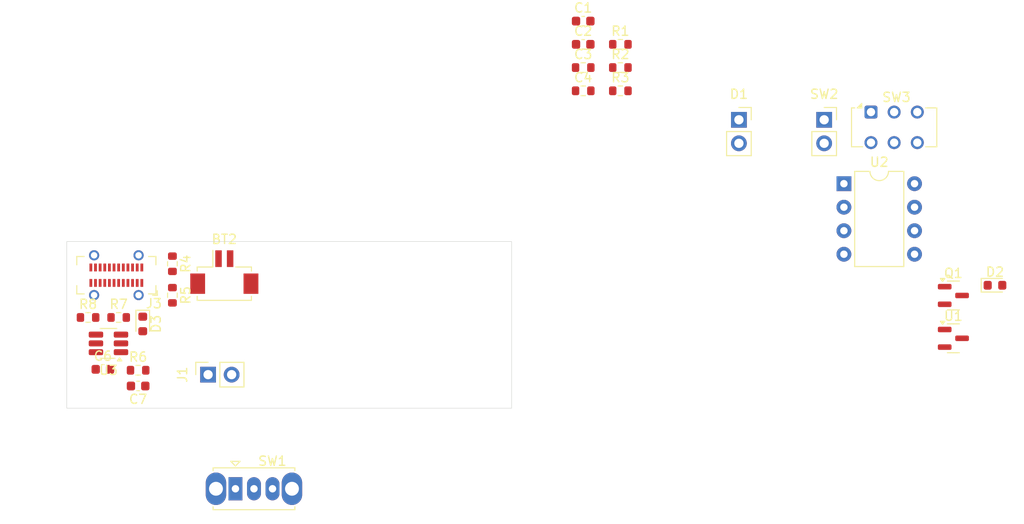
<source format=kicad_pcb>
(kicad_pcb (version 20221018) (generator pcbnew)
  (layers (0 "F.Cu" signal) (31 "B.Cu" signal) (34 "B.Paste" user) (35 "F.Paste" user) (36 "B.SilkS" user "B.Silkscreen") (37 "F.SilkS" user "F.Silkscreen") (38 "B.Mask" user) (39 "F.Mask" user) (44 "Edge.Cuts" user))
  (net 0 "")
  (net 1 "Net-(BT2-+)")
  (net 2 "GND")
  (net 3 "Net-(U1-VI)")
  (net 4 "VCC")
  (net 5 "Net-(U3-VIN)")
  (net 6 "Net-(D1-K)")
  (net 7 "Net-(D3-K)")
  (net 8 "Net-(Q1-B)")
  (net 9 "laser")
  (net 10 "trigger")
  (net 11 "Net-(U3-TS)")
  (net 12 "Net-(U3-CHG)")
  (net 13 "Net-(U3-ISET)")
  (net 18 "Net-(J3-CC1)")
  (net 19 "Net-(J3-CC2)")
  (net 20 "Net-(D2-K)")
  (footprint "Button_Switch_THT:SW_Slide_SPDT_Straight_CK_OS102011MS2Q" (layer "F.Cu") (at 118.2 126.7)
    (fp_text reference "SW1" (at 3.99 -2.99) (layer "F.SilkS"))
    (fp_text value "SW_DIP_x01")
    (fp_line (start -2.41 -2.26) (end 6.41 -2.26) (stroke (width 0.12)) (layer "F.SilkS"))
    (fp_line (start -2.41 -1.95) (end -2.41 -2.26) (stroke (width 0.12)) (layer "F.SilkS"))
    (fp_line (start -2.41 2.26) (end -2.41 1.95) (stroke (width 0.12)) (layer "F.SilkS"))
    (fp_line (start -0.5 -2.96) (end 0 -2.46) (stroke (width 0.12)) (layer "F.SilkS"))
    (fp_line (start 0 -2.46) (end 0.5 -2.96) (stroke (width 0.12)) (layer "F.SilkS"))
    (fp_line (start 0.5 -2.96) (end -0.5 -2.96) (stroke (width 0.12)) (layer "F.SilkS"))
    (fp_line (start 6.41 -2.26) (end 6.41 -1.95) (stroke (width 0.12)) (layer "F.SilkS"))
    (fp_line (start 6.41 2.26) (end -2.41 2.26) (stroke (width 0.12)) (layer "F.SilkS"))
    (fp_line (start 6.41 2.26) (end 6.41 1.95) (stroke (width 0.12)) (layer "F.SilkS"))
    (pad "" thru_hole oval (at -2.1 0) (size 2.2 3.5) (drill 1.5) (layers "*.Cu" "*.Mask"))
    (pad "" thru_hole oval (at 6.1 0) (size 2.2 3.5) (drill 1.5) (layers "*.Cu" "*.Mask"))
    (pad "1" thru_hole rect (at 0 0) (size 1.5 2.5) (drill 0.8) (layers "*.Cu" "*.Mask") (net 1 "Net-(BT2-+)"))
    (pad "2" thru_hole oval (at 2 0) (size 1.5 2.5) (drill 0.8) (layers "*.Cu" "*.Mask") (net 3 "Net-(U1-VI)"))
    (pad "3" thru_hole oval (at 4 0) (size 1.5 2.5) (drill 0.8) (layers "*.Cu" "*.Mask"))
  )
  (footprint "Capacitor_SMD:C_0603_1608Metric" (layer "F.Cu") (at 155.725 76.19)
    (fp_text reference "C1" (at 0 -1.43) (layer "F.SilkS"))
    (fp_text value "1uF")
    (fp_line (start -0.14058 -0.51) (end 0.14058 -0.51) (stroke (width 0.12)) (layer "F.SilkS"))
    (fp_line (start -0.14058 0.51) (end 0.14058 0.51) (stroke (width 0.12)) (layer "F.SilkS"))
    (pad "1" smd roundrect (at -0.775 0) (size 0.9 0.95) (layers "F.Cu" "F.Paste" "F.Mask") (net 3 "Net-(U1-VI)"))
    (pad "2" smd roundrect (at 0.775 0) (size 0.9 0.95) (layers "F.Cu" "F.Paste" "F.Mask") (net 2 "GND"))
  )
  (footprint "Package_DIP:DIP-8_W7.62mm" (layer "F.Cu") (at 183.855 93.75)
    (fp_text reference "U2" (at 3.81 -2.33) (layer "F.SilkS"))
    (fp_text value "ATtiny85V-10P")
    (fp_line (start 1.16 -1.33) (end 1.16 8.95) (stroke (width 0.12)) (layer "F.SilkS"))
    (fp_line (start 1.16 8.95) (end 6.46 8.95) (stroke (width 0.12)) (layer "F.SilkS"))
    (fp_line (start 2.81 -1.33) (end 1.16 -1.33) (stroke (width 0.12)) (layer "F.SilkS"))
    (fp_line (start 6.46 -1.33) (end 4.81 -1.33) (stroke (width 0.12)) (layer "F.SilkS"))
    (fp_line (start 6.46 8.95) (end 6.46 -1.33) (stroke (width 0.12)) (layer "F.SilkS"))
    (fp_arc (start 4.81 -1.33) (mid 3.81 -0.33) (end 2.81 -1.33) (stroke (width 0.12)) (layer "F.SilkS"))
    (pad "1" thru_hole rect (at 0 0) (size 1.6 1.6) (drill 0.8) (layers "*.Cu" "*.Mask"))
    (pad "2" thru_hole oval (at 0 2.54) (size 1.6 1.6) (drill 0.8) (layers "*.Cu" "*.Mask") (net 10 "trigger"))
    (pad "3" thru_hole oval (at 0 5.08) (size 1.6 1.6) (drill 0.8) (layers "*.Cu" "*.Mask"))
    (pad "4" thru_hole oval (at 0 7.62) (size 1.6 1.6) (drill 0.8) (layers "*.Cu" "*.Mask") (net 2 "GND"))
    (pad "5" thru_hole oval (at 7.62 7.62) (size 1.6 1.6) (drill 0.8) (layers "*.Cu" "*.Mask") (net 9 "laser"))
    (pad "6" thru_hole oval (at 7.62 5.08) (size 1.6 1.6) (drill 0.8) (layers "*.Cu" "*.Mask"))
    (pad "7" thru_hole oval (at 7.62 2.54) (size 1.6 1.6) (drill 0.8) (layers "*.Cu" "*.Mask"))
    (pad "8" thru_hole oval (at 7.62 0) (size 1.6 1.6) (drill 0.8) (layers "*.Cu" "*.Mask") (net 4 "VCC"))
  )
  (footprint "Connector_Hirose:Hirose_DF13C_CL535-0402-2-51_1x02-1MP_P1.25mm_Vertical" (layer "F.Cu") (at 117 103.3)
    (fp_text reference "BT2" (at 0 -3.55) (layer "F.SilkS"))
    (fp_text value "Battery_Cell")
    (fp_line (start -2.925 -0.55) (end -2.925 -0.11) (stroke (width 0.12)) (layer "F.SilkS"))
    (fp_line (start -2.925 2.61) (end -2.925 3.05) (stroke (width 0.12)) (layer "F.SilkS"))
    (fp_line (start -2.925 3.05) (end 2.925 3.05) (stroke (width 0.12)) (layer "F.SilkS"))
    (fp_line (start -1.235 -0.55) (end -2.925 -0.55) (stroke (width 0.12)) (layer "F.SilkS"))
    (fp_line (start -1.235 -0.55) (end -1.235 -2.35) (stroke (width 0.12)) (layer "F.SilkS"))
    (fp_line (start 1.235 -0.55) (end 2.925 -0.55) (stroke (width 0.12)) (layer "F.SilkS"))
    (fp_line (start 2.925 -0.55) (end 2.925 -0.11) (stroke (width 0.12)) (layer "F.SilkS"))
    (fp_line (start 2.925 3.05) (end 2.925 2.61) (stroke (width 0.12)) (layer "F.SilkS"))
    (pad "1" smd rect (at -0.625 -1.45) (size 0.7 1.8) (layers "F.Cu" "F.Paste" "F.Mask") (net 1 "Net-(BT2-+)"))
    (pad "2" smd rect (at 0.625 -1.45) (size 0.7 1.8) (layers "F.Cu" "F.Paste" "F.Mask") (net 2 "GND"))
    (pad "MP" smd rect (at -2.875 1.25) (size 1.6 2.2) (layers "F.Cu" "F.Paste" "F.Mask"))
    (pad "MP" smd rect (at 2.875 1.25) (size 1.6 2.2) (layers "F.Cu" "F.Paste" "F.Mask"))
  )
  (footprint "Resistor_SMD:R_0603_1608Metric" (layer "F.Cu") (at 159.735 78.7)
    (fp_text reference "R1" (at 0 -1.43) (layer "F.SilkS"))
    (fp_text value "330R")
    (fp_line (start -0.237258 -0.5225) (end 0.237258 -0.5225) (stroke (width 0.12)) (layer "F.SilkS"))
    (fp_line (start -0.237258 0.5225) (end 0.237258 0.5225) (stroke (width 0.12)) (layer "F.SilkS"))
    (pad "1" smd roundrect (at -0.825 0) (size 0.8 0.95) (layers "F.Cu" "F.Paste" "F.Mask") (net 9 "laser"))
    (pad "2" smd roundrect (at 0.825 0) (size 0.8 0.95) (layers "F.Cu" "F.Paste" "F.Mask") (net 8 "Net-(Q1-B)"))
  )
  (footprint "Package_TO_SOT_SMD:SOT-23-6_Handsoldering" (layer "F.Cu") (at 104.5 111 180)
    (fp_text reference "U3" (at 0 -2.9) (layer "F.SilkS"))
    (fp_text value "BQ21040")
    (fp_line (start -0.9 1.61) (end 0.9 1.61) (stroke (width 0.12)) (layer "F.SilkS"))
    (fp_line (start 0.1 -1.61) (end -0.7 -1.61) (stroke (width 0.12)) (layer "F.SilkS"))
    (fp_line (start 0.1 -1.61) (end 0.9 -1.61) (stroke (width 0.12)) (layer "F.SilkS"))
    (fp_poly (pts (xy -1.2 -1.56) (xy -1.44 -1.89) (xy -0.96 -1.89) (xy -1.2 -1.56)) (stroke (width 0.12)) (fill solid) (layer "F.SilkS"))
    (pad "1" smd roundrect (at -1.35 -0.95 180) (size 1.56 0.65) (layers "F.Cu" "F.Paste" "F.Mask") (net 11 "Net-(U3-TS)"))
    (pad "2" smd roundrect (at -1.35 0 180) (size 1.56 0.65) (layers "F.Cu" "F.Paste" "F.Mask") (net 1 "Net-(BT2-+)"))
    (pad "3" smd roundrect (at -1.35 0.95 180) (size 1.56 0.65) (layers "F.Cu" "F.Paste" "F.Mask") (net 12 "Net-(U3-CHG)"))
    (pad "4" smd roundrect (at 1.35 0.95 180) (size 1.56 0.65) (layers "F.Cu" "F.Paste" "F.Mask") (net 13 "Net-(U3-ISET)"))
    (pad "5" smd roundrect (at 1.35 0 180) (size 1.56 0.65) (layers "F.Cu" "F.Paste" "F.Mask") (net 2 "GND"))
    (pad "6" smd roundrect (at 1.35 -0.95 180) (size 1.56 0.65) (layers "F.Cu" "F.Paste" "F.Mask") (net 5 "Net-(U3-VIN)"))
  )
  (footprint "Resistor_SMD:R_0603_1608Metric" (layer "F.Cu") (at 155.725 81.21)
    (fp_text reference "C3" (at 0 -1.43) (layer "F.SilkS"))
    (fp_text value "10uF")
    (fp_line (start -0.237258 -0.5225) (end 0.237258 -0.5225) (stroke (width 0.12)) (layer "F.SilkS"))
    (fp_line (start -0.237258 0.5225) (end 0.237258 0.5225) (stroke (width 0.12)) (layer "F.SilkS"))
    (pad "1" smd roundrect (at -0.825 0) (size 0.8 0.95) (layers "F.Cu" "F.Paste" "F.Mask") (net 4 "VCC"))
    (pad "2" smd roundrect (at 0.825 0) (size 0.8 0.95) (layers "F.Cu" "F.Paste" "F.Mask") (net 2 "GND"))
  )
  (footprint "Button_Switch_THT:SW_CK_JS202011CQN_DPDT_Straight" (layer "F.Cu") (at 186.775 86.015)
    (fp_text reference "SW3" (at 2.75 -1.6) (layer "F.SilkS"))
    (fp_text value "SW_DIP_x01")
    (fp_line (start -2.1 -0.45) (end -2.1 3.75) (stroke (width 0.12)) (layer "F.SilkS"))
    (fp_line (start -2.1 3.75) (end -0.9 3.75) (stroke (width 0.12)) (layer "F.SilkS"))
    (fp_line (start -1.75 -0.45) (end -2.1 -0.45) (stroke (width 0.12)) (layer "F.SilkS"))
    (fp_line (start 5.9 -0.45) (end 7.1 -0.45) (stroke (width 0.12)) (layer "F.SilkS"))
    (fp_line (start 7.1 -0.45) (end 7.1 3.75) (stroke (width 0.12)) (layer "F.SilkS"))
    (fp_line (start 7.1 3.75) (end 5.9 3.75) (stroke (width 0.12)) (layer "F.SilkS"))
    (fp_poly (pts (xy -1 -0.45) (xy -1.48 -0.45) (xy -1 -0.93) (xy -1 -0.45)) (stroke (width 0.12)) (fill solid) (layer "F.SilkS"))
    (pad "1" thru_hole roundrect (at 0 0) (size 1.4 1.4) (drill 0.9) (layers "*.Cu" "*.Mask") (roundrect_rratio 0.1785714286) (net 9 "laser"))
    (pad "2" thru_hole circle (at 2.5 0) (size 1.4 1.4) (drill 0.9) (layers "*.Cu" "*.Mask") (net 4 "VCC"))
    (pad "3" thru_hole circle (at 5 0) (size 1.4 1.4) (drill 0.9) (layers "*.Cu" "*.Mask"))
    (pad "4" thru_hole circle (at 5 3.3) (size 1.4 1.4) (drill 0.9) (layers "*.Cu" "*.Mask"))
    (pad "5" thru_hole circle (at 2.5 3.3) (size 1.4 1.4) (drill 0.9) (layers "*.Cu" "*.Mask"))
    (pad "6" thru_hole circle (at 0 3.3) (size 1.4 1.4) (drill 0.9) (layers "*.Cu" "*.Mask"))
  )
  (footprint "Connector_PinSocket_2.54mm:PinSocket_1x02_P2.54mm_Vertical" (layer "F.Cu") (at 172.525 86.85)
    (fp_text reference "D1" (at 0 -2.77) (layer "F.SilkS"))
    (fp_text value "LED")
    (fp_line (start -1.33 1.27) (end -1.33 3.87) (stroke (width 0.12)) (layer "F.SilkS"))
    (fp_line (start -1.33 1.27) (end 1.33 1.27) (stroke (width 0.12)) (layer "F.SilkS"))
    (fp_line (start -1.33 3.87) (end 1.33 3.87) (stroke (width 0.12)) (layer "F.SilkS"))
    (fp_line (start 0 -1.33) (end 1.33 -1.33) (stroke (width 0.12)) (layer "F.SilkS"))
    (fp_line (start 1.33 -1.33) (end 1.33 0) (stroke (width 0.12)) (layer "F.SilkS"))
    (fp_line (start 1.33 1.27) (end 1.33 3.87) (stroke (width 0.12)) (layer "F.SilkS"))
    (pad "1" thru_hole rect (at 0 0) (size 1.7 1.7) (drill 1) (layers "*.Cu" "*.Mask") (net 6 "Net-(D1-K)"))
    (pad "2" thru_hole oval (at 0 2.54) (size 1.7 1.7) (drill 1) (layers "*.Cu" "*.Mask") (net 4 "VCC"))
  )
  (footprint "Capacitor_SMD:C_0603_1608Metric" (layer "F.Cu") (at 107.7 115.6 180)
    (fp_text reference "C7" (at 0 -1.43) (layer "F.SilkS"))
    (fp_text value "1uF")
    (fp_line (start -0.14058 -0.51) (end 0.14058 -0.51) (stroke (width 0.12)) (layer "F.SilkS"))
    (fp_line (start -0.14058 0.51) (end 0.14058 0.51) (stroke (width 0.12)) (layer "F.SilkS"))
    (pad "1" smd roundrect (at -0.775 0 180) (size 0.9 0.95) (layers "F.Cu" "F.Paste" "F.Mask") (net 1 "Net-(BT2-+)"))
    (pad "2" smd roundrect (at 0.775 0 180) (size 0.9 0.95) (layers "F.Cu" "F.Paste" "F.Mask") (net 2 "GND"))
  )
  (footprint "Resistor_SMD:R_0603_1608Metric" (layer "F.Cu") (at 111.4 102.4 -90)
    (fp_text reference "R4" (at 0 -1.43 90) (layer "F.SilkS"))
    (fp_text value "5K1")
    (fp_line (start -0.237258 -0.5225) (end 0.237258 -0.5225) (stroke (width 0.12)) (layer "F.SilkS"))
    (fp_line (start -0.237258 0.5225) (end 0.237258 0.5225) (stroke (width 0.12)) (layer "F.SilkS"))
    (pad "1" smd roundrect (at -0.825 0 270) (size 0.8 0.95) (layers "F.Cu" "F.Paste" "F.Mask") (net 19 "Net-(J3-CC2)"))
    (pad "2" smd roundrect (at 0.825 0 270) (size 0.8 0.95) (layers "F.Cu" "F.Paste" "F.Mask") (net 2 "GND"))
  )
  (footprint "LED_SMD:LED_0603_1608Metric" (layer "F.Cu") (at 108.2 108.9 -90)
    (fp_text reference "D3" (at 0 -1.43 90) (layer "F.SilkS"))
    (fp_text value "LED")
    (fp_line (start -1.485 -0.735) (end -1.485 0.735) (stroke (width 0.12)) (layer "F.SilkS"))
    (fp_line (start -1.485 0.735) (end 0.8 0.735) (stroke (width 0.12)) (layer "F.SilkS"))
    (fp_line (start 0.8 -0.735) (end -1.485 -0.735) (stroke (width 0.12)) (layer "F.SilkS"))
    (pad "1" smd roundrect (at -0.7875 0 270) (size 0.875 0.95) (layers "F.Cu" "F.Paste" "F.Mask") (net 7 "Net-(D3-K)"))
    (pad "2" smd roundrect (at 0.7875 0 270) (size 0.875 0.95) (layers "F.Cu" "F.Paste" "F.Mask") (net 1 "Net-(BT2-+)"))
  )
  (footprint "Resistor_SMD:R_0603_1608Metric" (layer "F.Cu") (at 102.3 108.2)
    (fp_text reference "R8" (at 0 -1.43) (layer "F.SilkS"))
    (fp_text value "1k")
    (fp_line (start -0.237258 -0.5225) (end 0.237258 -0.5225) (stroke (width 0.12)) (layer "F.SilkS"))
    (fp_line (start -0.237258 0.5225) (end 0.237258 0.5225) (stroke (width 0.12)) (layer "F.SilkS"))
    (pad "1" smd roundrect (at -0.825 0) (size 0.8 0.95) (layers "F.Cu" "F.Paste" "F.Mask") (net 2 "GND"))
    (pad "2" smd roundrect (at 0.825 0) (size 0.8 0.95) (layers "F.Cu" "F.Paste" "F.Mask") (net 13 "Net-(U3-ISET)"))
  )
  (footprint "Resistor_SMD:R_0603_1608Metric" (layer "F.Cu") (at 107.7 113.9)
    (fp_text reference "R6" (at 0 -1.43) (layer "F.SilkS"))
    (fp_text value "10k")
    (fp_line (start -0.237258 -0.5225) (end 0.237258 -0.5225) (stroke (width 0.12)) (layer "F.SilkS"))
    (fp_line (start -0.237258 0.5225) (end 0.237258 0.5225) (stroke (width 0.12)) (layer "F.SilkS"))
    (pad "1" smd roundrect (at -0.825 0) (size 0.8 0.95) (layers "F.Cu" "F.Paste" "F.Mask") (net 11 "Net-(U3-TS)"))
    (pad "2" smd roundrect (at 0.825 0) (size 0.8 0.95) (layers "F.Cu" "F.Paste" "F.Mask") (net 1 "Net-(BT2-+)"))
  )
  (footprint "Connector_PinSocket_2.54mm:PinSocket_1x02_P2.54mm_Vertical" (layer "F.Cu") (at 181.725 86.85)
    (fp_text reference "SW2" (at 0 -2.77) (layer "F.SilkS"))
    (fp_text value "SW_DIP_x01")
    (fp_line (start -1.33 1.27) (end -1.33 3.87) (stroke (width 0.12)) (layer "F.SilkS"))
    (fp_line (start -1.33 1.27) (end 1.33 1.27) (stroke (width 0.12)) (layer "F.SilkS"))
    (fp_line (start -1.33 3.87) (end 1.33 3.87) (stroke (width 0.12)) (layer "F.SilkS"))
    (fp_line (start 0 -1.33) (end 1.33 -1.33) (stroke (width 0.12)) (layer "F.SilkS"))
    (fp_line (start 1.33 -1.33) (end 1.33 0) (stroke (width 0.12)) (layer "F.SilkS"))
    (fp_line (start 1.33 1.27) (end 1.33 3.87) (stroke (width 0.12)) (layer "F.SilkS"))
    (pad "1" thru_hole rect (at 0 0) (size 1.7 1.7) (drill 1) (layers "*.Cu" "*.Mask") (net 10 "trigger"))
    (pad "2" thru_hole oval (at 0 2.54) (size 1.7 1.7) (drill 1) (layers "*.Cu" "*.Mask") (net 2 "GND"))
  )
  (footprint "Capacitor_SMD:C_0603_1608Metric" (layer "F.Cu") (at 103.9 113.8)
    (fp_text reference "C6" (at 0 -1.43) (layer "F.SilkS"))
    (fp_text value "1uF")
    (fp_line (start -0.14058 -0.51) (end 0.14058 -0.51) (stroke (width 0.12)) (layer "F.SilkS"))
    (fp_line (start -0.14058 0.51) (end 0.14058 0.51) (stroke (width 0.12)) (layer "F.SilkS"))
    (pad "1" smd roundrect (at -0.775 0) (size 0.9 0.95) (layers "F.Cu" "F.Paste" "F.Mask") (net 5 "Net-(U3-VIN)"))
    (pad "2" smd roundrect (at 0.775 0) (size 0.9 0.95) (layers "F.Cu" "F.Paste" "F.Mask") (net 2 "GND"))
  )
  (footprint "Resistor_SMD:R_0603_1608Metric" (layer "F.Cu") (at 111.4 105.8 -90)
    (fp_text reference "R5" (at 0 -1.43 90) (layer "F.SilkS"))
    (fp_text value "5K1")
    (fp_line (start -0.237258 -0.5225) (end 0.237258 -0.5225) (stroke (width 0.12)) (layer "F.SilkS"))
    (fp_line (start -0.237258 0.5225) (end 0.237258 0.5225) (stroke (width 0.12)) (layer "F.SilkS"))
    (pad "1" smd roundrect (at -0.825 0 270) (size 0.8 0.95) (layers "F.Cu" "F.Paste" "F.Mask") (net 18 "Net-(J3-CC1)"))
    (pad "2" smd roundrect (at 0.825 0 270) (size 0.8 0.95) (layers "F.Cu" "F.Paste" "F.Mask") (net 2 "GND"))
  )
  (footprint "Capacitor_SMD:C_0603_1608Metric" (layer "F.Cu") (at 155.725 78.7)
    (fp_text reference "C2" (at 0 -1.43) (layer "F.SilkS"))
    (fp_text value "1uF")
    (fp_line (start -0.14058 -0.51) (end 0.14058 -0.51) (stroke (width 0.12)) (layer "F.SilkS"))
    (fp_line (start -0.14058 0.51) (end 0.14058 0.51) (stroke (width 0.12)) (layer "F.SilkS"))
    (pad "1" smd roundrect (at -0.775 0) (size 0.9 0.95) (layers "F.Cu" "F.Paste" "F.Mask") (net 4 "VCC"))
    (pad "2" smd roundrect (at 0.775 0) (size 0.9 0.95) (layers "F.Cu" "F.Paste" "F.Mask") (net 2 "GND"))
  )
  (footprint "Resistor_SMD:R_0603_1608Metric" (layer "F.Cu") (at 105.6 108.2)
    (fp_text reference "R7" (at 0 -1.43) (layer "F.SilkS"))
    (fp_text value "1k5")
    (fp_line (start -0.237258 -0.5225) (end 0.237258 -0.5225) (stroke (width 0.12)) (layer "F.SilkS"))
    (fp_line (start -0.237258 0.5225) (end 0.237258 0.5225) (stroke (width 0.12)) (layer "F.SilkS"))
    (pad "1" smd roundrect (at -0.825 0) (size 0.8 0.95) (layers "F.Cu" "F.Paste" "F.Mask") (net 12 "Net-(U3-CHG)"))
    (pad "2" smd roundrect (at 0.825 0) (size 0.8 0.95) (layers "F.Cu" "F.Paste" "F.Mask") (net 7 "Net-(D3-K)"))
  )
  (footprint "Resistor_SMD:R_0603_1608Metric" (layer "F.Cu") (at 159.735 83.72)
    (fp_text reference "R3" (at 0 -1.43) (layer "F.SilkS"))
    (fp_text value "220R")
    (fp_line (start -0.237258 -0.5225) (end 0.237258 -0.5225) (stroke (width 0.12)) (layer "F.SilkS"))
    (fp_line (start -0.237258 0.5225) (end 0.237258 0.5225) (stroke (width 0.12)) (layer "F.SilkS"))
    (pad "1" smd roundrect (at -0.825 0) (size 0.8 0.95) (layers "F.Cu" "F.Paste" "F.Mask") (net 20 "Net-(D2-K)"))
    (pad "2" smd roundrect (at 0.825 0) (size 0.8 0.95) (layers "F.Cu" "F.Paste" "F.Mask") (net 2 "GND"))
  )
  (footprint "Package_TO_SOT_SMD:SOT-23" (layer "F.Cu") (at 195.665 105.825)
    (fp_text reference "Q1" (at 0 -2.4) (layer "F.SilkS"))
    (fp_text value "MMBT3904")
    (fp_line (start 0 -1.56) (end -0.65 -1.56) (stroke (width 0.12)) (layer "F.SilkS"))
    (fp_line (start 0 -1.56) (end 0.65 -1.56) (stroke (width 0.12)) (layer "F.SilkS"))
    (fp_line (start 0 1.56) (end -0.65 1.56) (stroke (width 0.12)) (layer "F.SilkS"))
    (fp_line (start 0 1.56) (end 0.65 1.56) (stroke (width 0.12)) (layer "F.SilkS"))
    (fp_poly (pts (xy -1.1625 -1.51) (xy -1.4025 -1.84) (xy -0.9225 -1.84) (xy -1.1625 -1.51)) (stroke (width 0.12)) (fill solid) (layer "F.SilkS"))
    (pad "1" smd roundrect (at -0.9375 -0.95) (size 1.475 0.6) (layers "F.Cu" "F.Paste" "F.Mask") (net 8 "Net-(Q1-B)"))
    (pad "2" smd roundrect (at -0.9375 0.95) (size 1.475 0.6) (layers "F.Cu" "F.Paste" "F.Mask") (net 2 "GND"))
    (pad "3" smd roundrect (at 0.9375 0) (size 1.475 0.6) (layers "F.Cu" "F.Paste" "F.Mask") (net 6 "Net-(D1-K)"))
  )
  (footprint "Resistor_SMD:R_0603_1608Metric" (layer "F.Cu") (at 159.735 81.21)
    (fp_text reference "R2" (at 0 -1.43) (layer "F.SilkS"))
    (fp_text value "10K")
    (fp_line (start -0.237258 -0.5225) (end 0.237258 -0.5225) (stroke (width 0.12)) (layer "F.SilkS"))
    (fp_line (start -0.237258 0.5225) (end 0.237258 0.5225) (stroke (width 0.12)) (layer "F.SilkS"))
    (pad "1" smd roundrect (at -0.825 0) (size 0.8 0.95) (layers "F.Cu" "F.Paste" "F.Mask") (net 4 "VCC"))
    (pad "2" smd roundrect (at 0.825 0) (size 0.8 0.95) (layers "F.Cu" "F.Paste" "F.Mask") (net 10 "trigger"))
  )
  (footprint "Resistor_SMD:R_0603_1608Metric" (layer "F.Cu") (at 155.725 83.72)
    (fp_text reference "C4" (at 0 -1.43) (layer "F.SilkS"))
    (fp_text value "0.1uF")
    (fp_line (start -0.237258 -0.5225) (end 0.237258 -0.5225) (stroke (width 0.12)) (layer "F.SilkS"))
    (fp_line (start -0.237258 0.5225) (end 0.237258 0.5225) (stroke (width 0.12)) (layer "F.SilkS"))
    (pad "1" smd roundrect (at -0.825 0) (size 0.8 0.95) (layers "F.Cu" "F.Paste" "F.Mask") (net 4 "VCC"))
    (pad "2" smd roundrect (at 0.825 0) (size 0.8 0.95) (layers "F.Cu" "F.Paste" "F.Mask") (net 2 "GND"))
  )
  (footprint "Connector_USB:USB_C_Receptacle_GCT_USB4115-03-C" (layer "F.Cu") (at 105.35 103.635 180)
    (fp_text reference "J3" (at -4.05 -3.065) (layer "F.SilkS"))
    (fp_text value "USB_C_Receptacle_PowerOnly_6P")
    (fp_line (start -4.42 -2.17) (end -4.42 -1.67) (stroke (width 0.12)) (layer "F.SilkS"))
    (fp_line (start -4.42 -2.17) (end -3.92 -2.17) (stroke (width 0.12)) (layer "F.SilkS"))
    (fp_line (start -4.27 -2.02) (end -4.27 -1.12) (stroke (width 0.12)) (layer "F.SilkS"))
    (fp_line (start -4.27 -2.02) (end -3.47 -2.02) (stroke (width 0.12)) (layer "F.SilkS"))
    (fp_line (start -4.27 2.02) (end -4.27 1.12) (stroke (width 0.12)) (layer "F.SilkS"))
    (fp_line (start -4.27 2.02) (end -3.47 2.02) (stroke (width 0.12)) (layer "F.SilkS"))
    (fp_line (start 4.27 -2.02) (end 3.47 -2.02) (stroke (width 0.12)) (layer "F.SilkS"))
    (fp_line (start 4.27 -2.02) (end 4.27 -1.12) (stroke (width 0.12)) (layer "F.SilkS"))
    (fp_line (start 4.27 2.02) (end 3.47 2.02) (stroke (width 0.12)) (layer "F.SilkS"))
    (fp_line (start 4.27 2.02) (end 4.27 1.12) (stroke (width 0.12)) (layer "F.SilkS"))
    (pad "" np_thru_hole circle (at -3.75 0 180) (size 0.66 0.66) (drill 0.66) (layers "F&B.Cu" "*.Mask"))
    (pad "" np_thru_hole oval (at 3.75 0 180) (size 1 0.58) (drill oval 1 0.58) (layers "F&B.Cu" "*.Mask"))
    (pad "A1" smd rect (at -2.75 -0.835 180) (size 0.3 0.85) (layers "F.Cu" "F.Paste" "F.Mask"))
    (pad "A2" smd rect (at -2.25 -0.835 180) (size 0.3 0.85) (layers "F.Cu" "F.Paste" "F.Mask"))
    (pad "A3" smd rect (at -1.75 -0.835 180) (size 0.3 0.85) (layers "F.Cu" "F.Paste" "F.Mask"))
    (pad "A4" smd rect (at -1.25 -0.835 180) (size 0.3 0.85) (layers "F.Cu" "F.Paste" "F.Mask"))
    (pad "A5" smd rect (at -0.75 -0.835 180) (size 0.3 0.85) (layers "F.Cu" "F.Paste" "F.Mask") (net 18 "Net-(J3-CC1)"))
    (pad "A6" smd rect (at -0.25 -0.835 180) (size 0.3 0.85) (layers "F.Cu" "F.Paste" "F.Mask"))
    (pad "A7" smd rect (at 0.25 -0.835 180) (size 0.3 0.85) (layers "F.Cu" "F.Paste" "F.Mask"))
    (pad "A8" smd rect (at 0.75 -0.835 180) (size 0.3 0.85) (layers "F.Cu" "F.Paste" "F.Mask"))
    (pad "A9" smd rect (at 1.25 -0.835 180) (size 0.3 0.85) (layers "F.Cu" "F.Paste" "F.Mask") (net 5 "Net-(U3-VIN)"))
    (pad "A10" smd rect (at 1.75 -0.835 180) (size 0.3 0.85) (layers "F.Cu" "F.Paste" "F.Mask"))
    (pad "A11" smd rect (at 2.25 -0.835 180) (size 0.3 0.85) (layers "F.Cu" "F.Paste" "F.Mask"))
    (pad "A12" smd rect (at 2.75 -0.835 180) (size 0.3 0.85) (layers "F.Cu" "F.Paste" "F.Mask") (net 2 "GND"))
    (pad "B1" smd rect (at 2.75 0.835 180) (size 0.3 0.85) (layers "F.Cu" "F.Paste" "F.Mask"))
    (pad "B2" smd rect (at 2.25 0.835 180) (size 0.3 0.85) (layers "F.Cu" "F.Paste" "F.Mask"))
    (pad "B3" smd rect (at 1.75 0.835 180) (size 0.3 0.85) (layers "F.Cu" "F.Paste" "F.Mask"))
    (pad "B4" smd rect (at 1.25 0.835 180) (size 0.3 0.85) (layers "F.Cu" "F.Paste" "F.Mask"))
    (pad "B5" smd rect (at 0.75 0.835 180) (size 0.3 0.85) (layers "F.Cu" "F.Paste" "F.Mask") (net 19 "Net-(J3-CC2)"))
    (pad "B6" smd rect (at 0.25 0.835 180) (size 0.3 0.85) (layers "F.Cu" "F.Paste" "F.Mask"))
    (pad "B7" smd rect (at -0.25 0.835 180) (size 0.3 0.85) (layers "F.Cu" "F.Paste" "F.Mask"))
    (pad "B8" smd rect (at -0.75 0.835 180) (size 0.3 0.85) (layers "F.Cu" "F.Paste" "F.Mask"))
    (pad "B9" smd rect (at -1.25 0.835 180) (size 0.3 0.85) (layers "F.Cu" "F.Paste" "F.Mask") (net 5 "Net-(U3-VIN)"))
    (pad "B10" smd rect (at -1.75 0.835 180) (size 0.3 0.85) (layers "F.Cu" "F.Paste" "F.Mask"))
    (pad "B11" smd rect (at -2.25 0.835 180) (size 0.3 0.85) (layers "F.Cu" "F.Paste" "F.Mask"))
    (pad "B12" smd rect (at -2.75 0.835 180) (size 0.3 0.85) (layers "F.Cu" "F.Paste" "F.Mask") (net 2 "GND"))
    (pad "S1" thru_hole circle (at -2.4 -2.15 180) (size 1.1 1.1) (drill 0.7) (layers "*.Cu" "*.Mask" "F.Paste") (net 2 "GND"))
    (pad "S1" thru_hole circle (at -2.4 2.15 180) (size 1.1 1.1) (drill 0.7) (layers "*.Cu" "*.Mask" "F.Paste") (net 2 "GND"))
    (pad "S1" thru_hole circle (at 2.4 -2.15 180) (size 1.1 1.1) (drill 0.7) (layers "*.Cu" "*.Mask" "F.Paste") (net 2 "GND"))
    (pad "S1" thru_hole circle (at 2.4 2.15 180) (size 1.1 1.1) (drill 0.7) (layers "*.Cu" "*.Mask" "F.Paste") (net 2 "GND"))
  )
  (footprint "LED_SMD:LED_0603_1608Metric" (layer "F.Cu") (at 200.155 104.72)
    (fp_text reference "D2" (at 0 -1.43) (layer "F.SilkS"))
    (fp_text value "LED")
    (fp_line (start -1.485 -0.735) (end -1.485 0.735) (stroke (width 0.12)) (layer "F.SilkS"))
    (fp_line (start -1.485 0.735) (end 0.8 0.735) (stroke (width 0.12)) (layer "F.SilkS"))
    (fp_line (start 0.8 -0.735) (end -1.485 -0.735) (stroke (width 0.12)) (layer "F.SilkS"))
    (pad "1" smd roundrect (at -0.7875 0) (size 0.875 0.95) (layers "F.Cu" "F.Paste" "F.Mask") (net 20 "Net-(D2-K)"))
    (pad "2" smd roundrect (at 0.7875 0) (size 0.875 0.95) (layers "F.Cu" "F.Paste" "F.Mask") (net 4 "VCC"))
  )
  (footprint "Connector_PinSocket_2.54mm:PinSocket_1x02_P2.54mm_Vertical" (layer "F.Cu") (at 115.25 114.375 90)
    (fp_text reference "J1" (at 0 -2.77 90) (layer "F.SilkS"))
    (fp_text value "Screw_Terminal_01x02")
    (fp_line (start -1.33 1.27) (end -1.33 3.87) (stroke (width 0.12)) (layer "F.SilkS"))
    (fp_line (start -1.33 1.27) (end 1.33 1.27) (stroke (width 0.12)) (layer "F.SilkS"))
    (fp_line (start -1.33 3.87) (end 1.33 3.87) (stroke (width 0.12)) (layer "F.SilkS"))
    (fp_line (start 0 -1.33) (end 1.33 -1.33) (stroke (width 0.12)) (layer "F.SilkS"))
    (fp_line (start 1.33 -1.33) (end 1.33 0) (stroke (width 0.12)) (layer "F.SilkS"))
    (fp_line (start 1.33 1.27) (end 1.33 3.87) (stroke (width 0.12)) (layer "F.SilkS"))
    (pad "1" thru_hole rect (at 0 0 90) (size 1.7 1.7) (drill 1) (layers "*.Cu" "*.Mask") (net 1 "Net-(BT2-+)"))
    (pad "2" thru_hole oval (at 0 2.54 90) (size 1.7 1.7) (drill 1) (layers "*.Cu" "*.Mask") (net 2 "GND"))
  )
  (footprint "Package_TO_SOT_SMD:SOT-23" (layer "F.Cu") (at 195.665 110.45)
    (fp_text reference "U1" (at 0 -2.4) (layer "F.SilkS"))
    (fp_text value "MCP1700x-300xxTT")
    (fp_line (start 0 -1.56) (end -0.65 -1.56) (stroke (width 0.12)) (layer "F.SilkS"))
    (fp_line (start 0 -1.56) (end 0.65 -1.56) (stroke (width 0.12)) (layer "F.SilkS"))
    (fp_line (start 0 1.56) (end -0.65 1.56) (stroke (width 0.12)) (layer "F.SilkS"))
    (fp_line (start 0 1.56) (end 0.65 1.56) (stroke (width 0.12)) (layer "F.SilkS"))
    (fp_poly (pts (xy -1.1625 -1.51) (xy -1.4025 -1.84) (xy -0.9225 -1.84) (xy -1.1625 -1.51)) (stroke (width 0.12)) (fill solid) (layer "F.SilkS"))
    (pad "1" smd roundrect (at -0.9375 -0.95) (size 1.475 0.6) (layers "F.Cu" "F.Paste" "F.Mask") (net 2 "GND"))
    (pad "2" smd roundrect (at -0.9375 0.95) (size 1.475 0.6) (layers "F.Cu" "F.Paste" "F.Mask") (net 4 "VCC"))
    (pad "3" smd roundrect (at 0.9375 0) (size 1.475 0.6) (layers "F.Cu" "F.Paste" "F.Mask") (net 3 "Net-(U1-VI)"))
  )
  (gr_rect (start 100 100) (end 148 118) (stroke (width 0.05)) (fill none) (layer "Edge.Cuts"))
)
</source>
